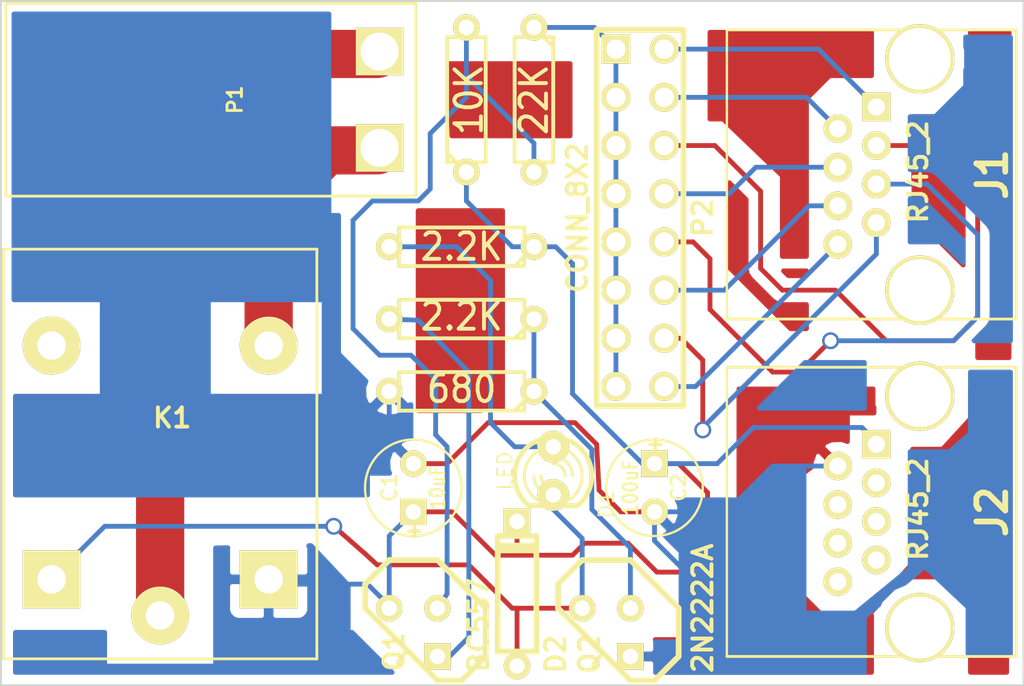
<source format=kicad_pcb>
(kicad_pcb (version 3) (host pcbnew "(22-Jun-2014 BZR 4027)-stable")

  (general
    (links 38)
    (no_connects 0)
    (area 16.180999 16.053999 70.281001 52.566711)
    (thickness 1.6)
    (drawings 7)
    (tracks 158)
    (zones 0)
    (modules 16)
    (nets 19)
  )

  (page A4 portrait)
  (title_block 
    (title Actuator)
    (rev 0)
  )

  (layers
    (15 F.Cu signal)
    (0 B.Cu signal)
    (16 B.Adhes user)
    (17 F.Adhes user)
    (18 B.Paste user hide)
    (19 F.Paste user)
    (20 B.SilkS user)
    (21 F.SilkS user)
    (22 B.Mask user)
    (23 F.Mask user)
    (24 Dwgs.User user)
    (25 Cmts.User user)
    (26 Eco1.User user)
    (27 Eco2.User user)
    (28 Edge.Cuts user)
  )

  (setup
    (last_trace_width 0.254)
    (user_trace_width 2.54)
    (trace_clearance 0.254)
    (zone_clearance 0.508)
    (zone_45_only no)
    (trace_min 0.254)
    (segment_width 0.2)
    (edge_width 0.1)
    (via_size 0.889)
    (via_drill 0.635)
    (via_min_size 0.889)
    (via_min_drill 0.508)
    (uvia_size 0.508)
    (uvia_drill 0.127)
    (uvias_allowed no)
    (uvia_min_size 0.508)
    (uvia_min_drill 0.127)
    (pcb_text_width 0.3)
    (pcb_text_size 1.5 1.5)
    (mod_edge_width 0.15)
    (mod_text_size 1 1)
    (mod_text_width 0.15)
    (pad_size 2.5 2.5)
    (pad_drill 2)
    (pad_to_mask_clearance 0)
    (aux_axis_origin 0 0)
    (visible_elements 7FFFFFFF)
    (pcbplotparams
      (layerselection 284196865)
      (usegerberextensions true)
      (excludeedgelayer false)
      (linewidth 0.150000)
      (plotframeref false)
      (viasonmask false)
      (mode 1)
      (useauxorigin true)
      (hpglpennumber 1)
      (hpglpenspeed 20)
      (hpglpendiameter 15)
      (hpglpenoverlay 2)
      (psnegative false)
      (psa4output false)
      (plotreference true)
      (plotvalue true)
      (plotothertext false)
      (plotinvisibletext false)
      (padsonsilk false)
      (subtractmaskfromsilk false)
      (outputformat 1)
      (mirror false)
      (drillshape 0)
      (scaleselection 1)
      (outputdirectory /home/pi/Desktop/IOBoardV0/Gerber/Actuator_Relay/))
  )

  (net 0 "")
  (net 1 GND)
  (net 2 N-000001)
  (net 3 N-0000014)
  (net 4 N-0000015)
  (net 5 N-0000016)
  (net 6 N-0000017)
  (net 7 N-0000018)
  (net 8 N-0000019)
  (net 9 N-000002)
  (net 10 N-0000020)
  (net 11 N-0000021)
  (net 12 N-0000022)
  (net 13 N-0000025)
  (net 14 N-000003)
  (net 15 N-000004)
  (net 16 N-000005)
  (net 17 N-000006)
  (net 18 VCC)

  (net_class Default "This is the default net class."
    (clearance 0.254)
    (trace_width 0.254)
    (via_dia 0.889)
    (via_drill 0.635)
    (uvia_dia 0.508)
    (uvia_drill 0.127)
    (add_net "")
    (add_net GND)
    (add_net N-000001)
    (add_net N-0000014)
    (add_net N-0000015)
    (add_net N-0000016)
    (add_net N-0000017)
    (add_net N-0000018)
    (add_net N-0000019)
    (add_net N-000002)
    (add_net N-0000020)
    (add_net N-0000021)
    (add_net N-0000022)
    (add_net N-0000025)
    (add_net N-000003)
    (add_net N-000004)
    (add_net N-000005)
    (add_net N-000006)
    (add_net VCC)
  )

  (module RJ45_8_io0 (layer F.Cu) (tedit 5E9D6976) (tstamp 5E9D8FCC)
    (at 64.77 25.4 90)
    (tags RJ45_8_io0)
    (path /5E9D81A5)
    (fp_text reference J1 (at 0 3.81 90) (layer F.SilkS)
      (effects (font (size 1.524 1.524) (thickness 0.3048)))
    )
    (fp_text value RJ45_2 (at 0.14224 -0.1016 90) (layer F.SilkS)
      (effects (font (size 1.00076 1.00076) (thickness 0.2032)))
    )
    (fp_line (start 7.62 -10.16) (end 7.62 5.08) (layer F.SilkS) (width 0.15))
    (fp_line (start -7.62 5.08) (end 7.62 5.08) (layer F.SilkS) (width 0.15))
    (fp_line (start -7.62 -10.16) (end -7.62 5.08) (layer F.SilkS) (width 0.15))
    (fp_line (start 7.62 -10.16) (end -7.62 -10.16) (layer F.SilkS) (width 0.127))
    (pad Hole thru_hole circle (at 6.096 0 90) (size 3.64998 3.64998) (drill 3.2512)
      (layers *.Cu *.Mask F.SilkS)
    )
    (pad Hole thru_hole circle (at -6.096 0 90) (size 3.64998 3.64998) (drill 3.2512)
      (layers *.Cu *.Mask F.SilkS)
    )
    (pad 1 thru_hole rect (at 3.556 -2.286 270) (size 1.50114 1.50114) (drill 0.89916)
      (layers *.Cu *.Mask F.SilkS)
      (net 11 N-0000021)
    )
    (pad 2 thru_hole circle (at 2.413 -4.318 270) (size 1.50114 1.50114) (drill 0.89916)
      (layers *.Cu *.Mask F.SilkS)
      (net 10 N-0000020)
    )
    (pad 3 thru_hole circle (at 1.524 -2.286 270) (size 1.50114 1.50114) (drill 0.89916)
      (layers *.Cu *.Mask F.SilkS)
      (net 8 N-0000019)
    )
    (pad 4 thru_hole circle (at 0.381 -4.318 270) (size 1.50114 1.50114) (drill 0.89916)
      (layers *.Cu *.Mask F.SilkS)
      (net 7 N-0000018)
    )
    (pad 5 thru_hole circle (at -0.508 -2.286 270) (size 1.50114 1.50114) (drill 0.89916)
      (layers *.Cu *.Mask F.SilkS)
      (net 6 N-0000017)
    )
    (pad 6 thru_hole circle (at -1.651 -4.318 270) (size 1.50114 1.50114) (drill 0.89916)
      (layers *.Cu *.Mask F.SilkS)
      (net 5 N-0000016)
    )
    (pad 7 thru_hole circle (at -2.54 -2.286 270) (size 1.50114 1.50114) (drill 0.89916)
      (layers *.Cu *.Mask F.SilkS)
      (net 4 N-0000015)
    )
    (pad 8 thru_hole circle (at -3.683 -4.318 270) (size 1.50114 1.50114) (drill 0.89916)
      (layers *.Cu *.Mask F.SilkS)
      (net 3 N-0000014)
    )
    (model connectors/RJ45_8.wrl
      (at (xyz 0 0 0))
      (scale (xyz 0.4 0.4 0.4))
      (rotate (xyz 0 0 0))
    )
  )

  (module TO92 (layer F.Cu) (tedit 5EF83B06) (tstamp 5E9D8DE0)
    (at 48.26 49.53 270)
    (descr "Transistor TO92 brochage type BC237")
    (tags "TR TO92")
    (path /5E9D83F9)
    (fp_text reference Q2 (at 1.143 0.889 270) (layer F.SilkS)
      (effects (font (size 1.016 1.016) (thickness 0.2032)))
    )
    (fp_text value 2N2222A (at -1.27 -5.08 270) (layer F.SilkS)
      (effects (font (size 1.016 1.016) (thickness 0.2032)))
    )
    (fp_line (start -1.27 2.54) (end 2.54 -1.27) (layer F.SilkS) (width 0.3048))
    (fp_line (start 2.54 -1.27) (end 2.54 -2.54) (layer F.SilkS) (width 0.3048))
    (fp_line (start 2.54 -2.54) (end 1.27 -3.81) (layer F.SilkS) (width 0.3048))
    (fp_line (start 1.27 -3.81) (end -1.27 -3.81) (layer F.SilkS) (width 0.3048))
    (fp_line (start -1.27 -3.81) (end -3.81 -1.27) (layer F.SilkS) (width 0.3048))
    (fp_line (start -3.81 -1.27) (end -3.81 1.27) (layer F.SilkS) (width 0.3048))
    (fp_line (start -3.81 1.27) (end -2.54 2.54) (layer F.SilkS) (width 0.3048))
    (fp_line (start -2.54 2.54) (end -1.27 2.54) (layer F.SilkS) (width 0.3048))
    (pad 1 thru_hole rect (at 1.27 -1.27 270) (size 1.397 1.397) (drill 0.8128)
      (layers *.Cu *.Mask F.SilkS)
      (net 1 GND)
    )
    (pad 2 thru_hole circle (at -1.27 -1.27 270) (size 1.397 1.397) (drill 0.8128)
      (layers *.Cu *.Mask F.SilkS)
      (net 14 N-000003)
    )
    (pad 3 thru_hole circle (at -1.27 1.27 270) (size 1.397 1.397) (drill 0.8128)
      (layers *.Cu *.Mask F.SilkS)
      (net 12 N-0000022)
    )
    (model discret/to98.wrl
      (at (xyz 0 0 0))
      (scale (xyz 1 1 1))
      (rotate (xyz 0 0 0))
    )
  )

  (module TO92 (layer F.Cu) (tedit 5EF83B1E) (tstamp 5E9D8DEF)
    (at 38.1 49.53 270)
    (descr "Transistor TO92 brochage type BC237")
    (tags "TR TO92")
    (path /5E9D8408)
    (fp_text reference Q1 (at 1.016 1.016 270) (layer F.SilkS)
      (effects (font (size 1.016 1.016) (thickness 0.2032)))
    )
    (fp_text value BC557 (at -0.381 -3.429 270) (layer F.SilkS)
      (effects (font (size 1.016 1.016) (thickness 0.2032)))
    )
    (fp_line (start -1.27 2.54) (end 2.54 -1.27) (layer F.SilkS) (width 0.3048))
    (fp_line (start 2.54 -1.27) (end 2.54 -2.54) (layer F.SilkS) (width 0.3048))
    (fp_line (start 2.54 -2.54) (end 1.27 -3.81) (layer F.SilkS) (width 0.3048))
    (fp_line (start 1.27 -3.81) (end -1.27 -3.81) (layer F.SilkS) (width 0.3048))
    (fp_line (start -1.27 -3.81) (end -3.81 -1.27) (layer F.SilkS) (width 0.3048))
    (fp_line (start -3.81 -1.27) (end -3.81 1.27) (layer F.SilkS) (width 0.3048))
    (fp_line (start -3.81 1.27) (end -2.54 2.54) (layer F.SilkS) (width 0.3048))
    (fp_line (start -2.54 2.54) (end -1.27 2.54) (layer F.SilkS) (width 0.3048))
    (pad 1 thru_hole rect (at 1.27 -1.27 270) (size 1.397 1.397) (drill 0.8128)
      (layers *.Cu *.Mask F.SilkS)
      (net 2 N-000001)
    )
    (pad 2 thru_hole circle (at -1.27 -1.27 270) (size 1.397 1.397) (drill 0.8128)
      (layers *.Cu *.Mask F.SilkS)
      (net 9 N-000002)
    )
    (pad 3 thru_hole circle (at -1.27 1.27 270) (size 1.397 1.397) (drill 0.8128)
      (layers *.Cu *.Mask F.SilkS)
      (net 18 VCC)
    )
    (model discret/to98.wrl
      (at (xyz 0 0 0))
      (scale (xyz 1 1 1))
      (rotate (xyz 0 0 0))
    )
  )

  (module R3 (layer F.Cu) (tedit 4E4C0E65) (tstamp 5E9D8EB6)
    (at 40.64 36.83 180)
    (descr "Resitance 3 pas")
    (tags R)
    (path /5E9D867B)
    (autoplace_cost180 10)
    (fp_text reference R3 (at 0 0.127 180) (layer F.SilkS) hide
      (effects (font (size 1.397 1.27) (thickness 0.2032)))
    )
    (fp_text value 680 (at 0 0.127 180) (layer F.SilkS)
      (effects (font (size 1.397 1.27) (thickness 0.2032)))
    )
    (fp_line (start -3.81 0) (end -3.302 0) (layer F.SilkS) (width 0.2032))
    (fp_line (start 3.81 0) (end 3.302 0) (layer F.SilkS) (width 0.2032))
    (fp_line (start 3.302 0) (end 3.302 -1.016) (layer F.SilkS) (width 0.2032))
    (fp_line (start 3.302 -1.016) (end -3.302 -1.016) (layer F.SilkS) (width 0.2032))
    (fp_line (start -3.302 -1.016) (end -3.302 1.016) (layer F.SilkS) (width 0.2032))
    (fp_line (start -3.302 1.016) (end 3.302 1.016) (layer F.SilkS) (width 0.2032))
    (fp_line (start 3.302 1.016) (end 3.302 0) (layer F.SilkS) (width 0.2032))
    (fp_line (start -3.302 -0.508) (end -2.794 -1.016) (layer F.SilkS) (width 0.2032))
    (pad 1 thru_hole circle (at -3.81 0 180) (size 1.397 1.397) (drill 0.8128)
      (layers *.Cu *.Mask F.SilkS)
      (net 14 N-000003)
    )
    (pad 2 thru_hole circle (at 3.81 0 180) (size 1.397 1.397) (drill 0.8128)
      (layers *.Cu *.Mask F.SilkS)
      (net 1 GND)
    )
    (model discret/resistor.wrl
      (at (xyz 0 0 0))
      (scale (xyz 0.3 0.3 0.3))
      (rotate (xyz 0 0 0))
    )
  )

  (module R3 (layer F.Cu) (tedit 4E4C0E65) (tstamp 5E9D8EC4)
    (at 40.64 33.02 180)
    (descr "Resitance 3 pas")
    (tags R)
    (path /5E9D868A)
    (autoplace_cost180 10)
    (fp_text reference R4 (at 0 0.127 180) (layer F.SilkS) hide
      (effects (font (size 1.397 1.27) (thickness 0.2032)))
    )
    (fp_text value 2.2K (at 0 0.127 180) (layer F.SilkS)
      (effects (font (size 1.397 1.27) (thickness 0.2032)))
    )
    (fp_line (start -3.81 0) (end -3.302 0) (layer F.SilkS) (width 0.2032))
    (fp_line (start 3.81 0) (end 3.302 0) (layer F.SilkS) (width 0.2032))
    (fp_line (start 3.302 0) (end 3.302 -1.016) (layer F.SilkS) (width 0.2032))
    (fp_line (start 3.302 -1.016) (end -3.302 -1.016) (layer F.SilkS) (width 0.2032))
    (fp_line (start -3.302 -1.016) (end -3.302 1.016) (layer F.SilkS) (width 0.2032))
    (fp_line (start -3.302 1.016) (end 3.302 1.016) (layer F.SilkS) (width 0.2032))
    (fp_line (start 3.302 1.016) (end 3.302 0) (layer F.SilkS) (width 0.2032))
    (fp_line (start -3.302 -0.508) (end -2.794 -1.016) (layer F.SilkS) (width 0.2032))
    (pad 1 thru_hole circle (at -3.81 0 180) (size 1.397 1.397) (drill 0.8128)
      (layers *.Cu *.Mask F.SilkS)
      (net 14 N-000003)
    )
    (pad 2 thru_hole circle (at 3.81 0 180) (size 1.397 1.397) (drill 0.8128)
      (layers *.Cu *.Mask F.SilkS)
      (net 2 N-000001)
    )
    (model discret/resistor.wrl
      (at (xyz 0 0 0))
      (scale (xyz 0.3 0.3 0.3))
      (rotate (xyz 0 0 0))
    )
  )

  (module R3 (layer F.Cu) (tedit 4E4C0E65) (tstamp 5E9D8ED2)
    (at 40.894 21.463 90)
    (descr "Resitance 3 pas")
    (tags R)
    (path /5E9D8699)
    (autoplace_cost180 10)
    (fp_text reference R1 (at 0 0.127 90) (layer F.SilkS) hide
      (effects (font (size 1.397 1.27) (thickness 0.2032)))
    )
    (fp_text value 10K (at 0 0.127 90) (layer F.SilkS)
      (effects (font (size 1.397 1.27) (thickness 0.2032)))
    )
    (fp_line (start -3.81 0) (end -3.302 0) (layer F.SilkS) (width 0.2032))
    (fp_line (start 3.81 0) (end 3.302 0) (layer F.SilkS) (width 0.2032))
    (fp_line (start 3.302 0) (end 3.302 -1.016) (layer F.SilkS) (width 0.2032))
    (fp_line (start 3.302 -1.016) (end -3.302 -1.016) (layer F.SilkS) (width 0.2032))
    (fp_line (start -3.302 -1.016) (end -3.302 1.016) (layer F.SilkS) (width 0.2032))
    (fp_line (start -3.302 1.016) (end 3.302 1.016) (layer F.SilkS) (width 0.2032))
    (fp_line (start 3.302 1.016) (end 3.302 0) (layer F.SilkS) (width 0.2032))
    (fp_line (start -3.302 -0.508) (end -2.794 -1.016) (layer F.SilkS) (width 0.2032))
    (pad 1 thru_hole circle (at -3.81 0 90) (size 1.397 1.397) (drill 0.8128)
      (layers *.Cu *.Mask F.SilkS)
      (net 18 VCC)
    )
    (pad 2 thru_hole circle (at 3.81 0 90) (size 1.397 1.397) (drill 0.8128)
      (layers *.Cu *.Mask F.SilkS)
      (net 9 N-000002)
    )
    (model discret/resistor.wrl
      (at (xyz 0 0 0))
      (scale (xyz 0.3 0.3 0.3))
      (rotate (xyz 0 0 0))
    )
  )

  (module R3 (layer F.Cu) (tedit 5E9D9092) (tstamp 5E9D8EE0)
    (at 44.45 21.463 270)
    (descr "Resitance 3 pas")
    (tags R)
    (path /5E9D86BC)
    (autoplace_cost180 10)
    (fp_text reference R2 (at 0 0.127 270) (layer F.SilkS) hide
      (effects (font (size 1.397 1.27) (thickness 0.2032)))
    )
    (fp_text value 22K (at 0 0 270) (layer F.SilkS)
      (effects (font (size 1.397 1.27) (thickness 0.2032)))
    )
    (fp_line (start -3.81 0) (end -3.302 0) (layer F.SilkS) (width 0.2032))
    (fp_line (start 3.81 0) (end 3.302 0) (layer F.SilkS) (width 0.2032))
    (fp_line (start 3.302 0) (end 3.302 -1.016) (layer F.SilkS) (width 0.2032))
    (fp_line (start 3.302 -1.016) (end -3.302 -1.016) (layer F.SilkS) (width 0.2032))
    (fp_line (start -3.302 -1.016) (end -3.302 1.016) (layer F.SilkS) (width 0.2032))
    (fp_line (start -3.302 1.016) (end 3.302 1.016) (layer F.SilkS) (width 0.2032))
    (fp_line (start 3.302 1.016) (end 3.302 0) (layer F.SilkS) (width 0.2032))
    (fp_line (start -3.302 -0.508) (end -2.794 -1.016) (layer F.SilkS) (width 0.2032))
    (pad 1 thru_hole circle (at -3.81 0 270) (size 1.397 1.397) (drill 0.8128)
      (layers *.Cu *.Mask F.SilkS)
      (net 13 N-0000025)
    )
    (pad 2 thru_hole circle (at 3.81 0 270) (size 1.397 1.397) (drill 0.8128)
      (layers *.Cu *.Mask F.SilkS)
      (net 9 N-000002)
    )
    (model discret/resistor.wrl
      (at (xyz 0 0 0))
      (scale (xyz 0.3 0.3 0.3))
      (rotate (xyz 0 0 0))
    )
  )

  (module R3 (layer F.Cu) (tedit 5E9D92DC) (tstamp 5E9D8EEE)
    (at 40.64 29.21 180)
    (descr "Resitance 3 pas")
    (tags R)
    (path /5E9D8947)
    (autoplace_cost180 10)
    (fp_text reference R5 (at 0 0.127 180) (layer F.SilkS) hide
      (effects (font (size 1.397 1.27) (thickness 0.2032)))
    )
    (fp_text value 2.2K (at 0 0 180) (layer F.SilkS)
      (effects (font (size 1.397 1.27) (thickness 0.2032)))
    )
    (fp_line (start -3.81 0) (end -3.302 0) (layer F.SilkS) (width 0.2032))
    (fp_line (start 3.81 0) (end 3.302 0) (layer F.SilkS) (width 0.2032))
    (fp_line (start 3.302 0) (end 3.302 -1.016) (layer F.SilkS) (width 0.2032))
    (fp_line (start 3.302 -1.016) (end -3.302 -1.016) (layer F.SilkS) (width 0.2032))
    (fp_line (start -3.302 -1.016) (end -3.302 1.016) (layer F.SilkS) (width 0.2032))
    (fp_line (start -3.302 1.016) (end 3.302 1.016) (layer F.SilkS) (width 0.2032))
    (fp_line (start 3.302 1.016) (end 3.302 0) (layer F.SilkS) (width 0.2032))
    (fp_line (start -3.302 -0.508) (end -2.794 -1.016) (layer F.SilkS) (width 0.2032))
    (pad 1 thru_hole circle (at -3.81 0 180) (size 1.397 1.397) (drill 0.8128)
      (layers *.Cu *.Mask F.SilkS)
      (net 18 VCC)
    )
    (pad 2 thru_hole circle (at 3.81 0 180) (size 1.397 1.397) (drill 0.8128)
      (layers *.Cu *.Mask F.SilkS)
      (net 15 N-000004)
    )
    (model discret/resistor.wrl
      (at (xyz 0 0 0))
      (scale (xyz 0.3 0.3 0.3))
      (rotate (xyz 0 0 0))
    )
  )

  (module pin_array_8x2 (layer F.Cu) (tedit 3FB38B89) (tstamp 5E9D8F06)
    (at 50.038 27.686 270)
    (descr "Double rangee de contacts 2 x 8 pins")
    (tags CONN)
    (path /5E9D8291)
    (fp_text reference P2 (at 0 -3.302 270) (layer F.SilkS)
      (effects (font (size 1.016 1.016) (thickness 0.2032)))
    )
    (fp_text value CONN_8X2 (at 0 3.302 270) (layer F.SilkS)
      (effects (font (size 1.016 1.016) (thickness 0.2032)))
    )
    (fp_line (start -9.906 2.286) (end -9.906 -2.286) (layer F.SilkS) (width 0.3048))
    (fp_line (start -9.906 -2.286) (end 9.906 -2.286) (layer F.SilkS) (width 0.3048))
    (fp_line (start 9.906 -2.286) (end 9.906 2.286) (layer F.SilkS) (width 0.3048))
    (fp_line (start 9.906 2.286) (end -9.906 2.286) (layer F.SilkS) (width 0.3048))
    (pad 1 thru_hole rect (at -8.89 1.27 270) (size 1.524 1.524) (drill 1.016)
      (layers *.Cu *.Mask F.SilkS)
      (net 13 N-0000025)
    )
    (pad 2 thru_hole circle (at -8.89 -1.27 270) (size 1.524 1.524) (drill 1.016)
      (layers *.Cu *.Mask F.SilkS)
      (net 11 N-0000021)
    )
    (pad 3 thru_hole circle (at -6.35 1.27 270) (size 1.524 1.524) (drill 1.016)
      (layers *.Cu *.Mask F.SilkS)
      (net 13 N-0000025)
    )
    (pad 4 thru_hole circle (at -6.35 -1.27 270) (size 1.524 1.524) (drill 1.016)
      (layers *.Cu *.Mask F.SilkS)
      (net 10 N-0000020)
    )
    (pad 5 thru_hole circle (at -3.81 1.27 270) (size 1.524 1.524) (drill 1.016)
      (layers *.Cu *.Mask F.SilkS)
      (net 13 N-0000025)
    )
    (pad 6 thru_hole circle (at -3.81 -1.27 270) (size 1.524 1.524) (drill 1.016)
      (layers *.Cu *.Mask F.SilkS)
      (net 8 N-0000019)
    )
    (pad 7 thru_hole circle (at -1.27 1.27 270) (size 1.524 1.524) (drill 1.016)
      (layers *.Cu *.Mask F.SilkS)
      (net 13 N-0000025)
    )
    (pad 8 thru_hole circle (at -1.27 -1.27 270) (size 1.524 1.524) (drill 1.016)
      (layers *.Cu *.Mask F.SilkS)
      (net 7 N-0000018)
    )
    (pad 9 thru_hole circle (at 1.27 1.27 270) (size 1.524 1.524) (drill 1.016)
      (layers *.Cu *.Mask F.SilkS)
      (net 13 N-0000025)
    )
    (pad 10 thru_hole circle (at 1.27 -1.27 270) (size 1.524 1.524) (drill 1.016)
      (layers *.Cu *.Mask F.SilkS)
      (net 6 N-0000017)
    )
    (pad 11 thru_hole circle (at 3.81 1.27 270) (size 1.524 1.524) (drill 1.016)
      (layers *.Cu *.Mask F.SilkS)
      (net 13 N-0000025)
    )
    (pad 12 thru_hole circle (at 3.81 -1.27 270) (size 1.524 1.524) (drill 1.016)
      (layers *.Cu *.Mask F.SilkS)
      (net 5 N-0000016)
    )
    (pad 13 thru_hole circle (at 6.35 1.27 270) (size 1.524 1.524) (drill 1.016)
      (layers *.Cu *.Mask F.SilkS)
      (net 13 N-0000025)
    )
    (pad 14 thru_hole circle (at 6.35 -1.27 270) (size 1.524 1.524) (drill 1.016)
      (layers *.Cu *.Mask F.SilkS)
      (net 4 N-0000015)
    )
    (pad 15 thru_hole circle (at 8.89 1.27 270) (size 1.524 1.524) (drill 1.016)
      (layers *.Cu *.Mask F.SilkS)
      (net 13 N-0000025)
    )
    (pad 16 thru_hole circle (at 8.89 -1.27 270) (size 1.524 1.524) (drill 1.016)
      (layers *.Cu *.Mask F.SilkS)
      (net 3 N-0000014)
    )
    (model pin_array/pins_array_8x2.wrl
      (at (xyz 0 0 0))
      (scale (xyz 1 1 1))
      (rotate (xyz 0 0 0))
    )
  )

  (module LED-3MM (layer F.Cu) (tedit 50ADE848) (tstamp 5EF8372E)
    (at 45.466 41.021 270)
    (descr "LED 3mm - Lead pitch 100mil (2,54mm)")
    (tags "LED led 3mm 3MM 100mil 2,54mm")
    (path /5E9D8956)
    (fp_text reference D1 (at 1.778 -2.794 270) (layer F.SilkS)
      (effects (font (size 0.762 0.762) (thickness 0.0889)))
    )
    (fp_text value LED (at 0 2.54 270) (layer F.SilkS)
      (effects (font (size 0.762 0.762) (thickness 0.0889)))
    )
    (fp_line (start 1.8288 1.27) (end 1.8288 -1.27) (layer F.SilkS) (width 0.254))
    (fp_arc (start 0.254 0) (end -1.27 0) (angle 39.8) (layer F.SilkS) (width 0.1524))
    (fp_arc (start 0.254 0) (end -0.88392 1.01092) (angle 41.6) (layer F.SilkS) (width 0.1524))
    (fp_arc (start 0.254 0) (end 1.4097 -0.9906) (angle 40.6) (layer F.SilkS) (width 0.1524))
    (fp_arc (start 0.254 0) (end 1.778 0) (angle 39.8) (layer F.SilkS) (width 0.1524))
    (fp_arc (start 0.254 0) (end 0.254 -1.524) (angle 54.4) (layer F.SilkS) (width 0.1524))
    (fp_arc (start 0.254 0) (end -0.9652 -0.9144) (angle 53.1) (layer F.SilkS) (width 0.1524))
    (fp_arc (start 0.254 0) (end 1.45542 0.93472) (angle 52.1) (layer F.SilkS) (width 0.1524))
    (fp_arc (start 0.254 0) (end 0.254 1.524) (angle 52.1) (layer F.SilkS) (width 0.1524))
    (fp_arc (start 0.254 0) (end -0.381 0) (angle 90) (layer F.SilkS) (width 0.1524))
    (fp_arc (start 0.254 0) (end -0.762 0) (angle 90) (layer F.SilkS) (width 0.1524))
    (fp_arc (start 0.254 0) (end 0.889 0) (angle 90) (layer F.SilkS) (width 0.1524))
    (fp_arc (start 0.254 0) (end 1.27 0) (angle 90) (layer F.SilkS) (width 0.1524))
    (fp_arc (start 0.254 0) (end 0.254 -2.032) (angle 50.1) (layer F.SilkS) (width 0.254))
    (fp_arc (start 0.254 0) (end -1.5367 -0.95504) (angle 61.9) (layer F.SilkS) (width 0.254))
    (fp_arc (start 0.254 0) (end 1.8034 1.31064) (angle 49.7) (layer F.SilkS) (width 0.254))
    (fp_arc (start 0.254 0) (end 0.254 2.032) (angle 60.2) (layer F.SilkS) (width 0.254))
    (fp_arc (start 0.254 0) (end -1.778 0) (angle 28.3) (layer F.SilkS) (width 0.254))
    (fp_arc (start 0.254 0) (end -1.47574 1.06426) (angle 31.6) (layer F.SilkS) (width 0.254))
    (pad 1 thru_hole circle (at -1.27 0 270) (size 1.6764 1.6764) (drill 0.8128)
      (layers *.Cu *.Mask F.SilkS)
      (net 15 N-000004)
    )
    (pad 2 thru_hole circle (at 1.27 0 270) (size 1.6764 1.6764) (drill 0.8128)
      (layers *.Cu *.Mask F.SilkS)
      (net 12 N-0000022)
    )
    (model discret/leds/led3_vertical_verde.wrl
      (at (xyz 0 0 0))
      (scale (xyz 1 1 1))
      (rotate (xyz 0 0 0))
    )
  )

  (module C1V5 (layer F.Cu) (tedit 3E070CF4) (tstamp 5E9D8F27)
    (at 38.1 41.91 90)
    (descr "Condensateur e = 1 pas")
    (tags C)
    (path /5E9D8653)
    (fp_text reference C1 (at 0 -1.26746 90) (layer F.SilkS)
      (effects (font (size 0.762 0.762) (thickness 0.127)))
    )
    (fp_text value 10uF (at 0 1.27 90) (layer F.SilkS)
      (effects (font (size 0.762 0.635) (thickness 0.127)))
    )
    (fp_text user + (at -2.286 0 90) (layer F.SilkS)
      (effects (font (size 0.762 0.762) (thickness 0.2032)))
    )
    (fp_circle (center 0 0) (end 0.127 -2.54) (layer F.SilkS) (width 0.127))
    (pad 1 thru_hole rect (at -1.27 0 90) (size 1.397 1.397) (drill 0.8128)
      (layers *.Cu *.Mask F.SilkS)
      (net 18 VCC)
    )
    (pad 2 thru_hole circle (at 1.27 0 90) (size 1.397 1.397) (drill 0.8128)
      (layers *.Cu *.Mask F.SilkS)
      (net 1 GND)
    )
    (model discret/c_vert_c1v5.wrl
      (at (xyz 0 0 0))
      (scale (xyz 1 1 1))
      (rotate (xyz 0 0 0))
    )
  )

  (module C1V5 (layer F.Cu) (tedit 3E070CF4) (tstamp 5E9D8F2F)
    (at 50.8 41.91 270)
    (descr "Condensateur e = 1 pas")
    (tags C)
    (path /5E9D8662)
    (fp_text reference C2 (at 0 -1.26746 270) (layer F.SilkS)
      (effects (font (size 0.762 0.762) (thickness 0.127)))
    )
    (fp_text value 100uF (at 0 1.27 270) (layer F.SilkS)
      (effects (font (size 0.762 0.635) (thickness 0.127)))
    )
    (fp_text user + (at -2.286 0 270) (layer F.SilkS)
      (effects (font (size 0.762 0.762) (thickness 0.2032)))
    )
    (fp_circle (center 0 0) (end 0.127 -2.54) (layer F.SilkS) (width 0.127))
    (pad 1 thru_hole rect (at -1.27 0 270) (size 1.397 1.397) (drill 0.8128)
      (layers *.Cu *.Mask F.SilkS)
      (net 18 VCC)
    )
    (pad 2 thru_hole circle (at 1.27 0 270) (size 1.397 1.397) (drill 0.8128)
      (layers *.Cu *.Mask F.SilkS)
      (net 1 GND)
    )
    (model discret/c_vert_c1v5.wrl
      (at (xyz 0 0 0))
      (scale (xyz 1 1 1))
      (rotate (xyz 0 0 0))
    )
  )

  (module RJ45_8_io0 (layer F.Cu) (tedit 5E9D6976) (tstamp 5E9D8FDE)
    (at 64.77 43.18 90)
    (tags RJ45_8_io0)
    (path /5E9D81B6)
    (fp_text reference J2 (at 0 3.81 90) (layer F.SilkS)
      (effects (font (size 1.524 1.524) (thickness 0.3048)))
    )
    (fp_text value RJ45_2 (at 0.14224 -0.1016 90) (layer F.SilkS)
      (effects (font (size 1.00076 1.00076) (thickness 0.2032)))
    )
    (fp_line (start 7.62 -10.16) (end 7.62 5.08) (layer F.SilkS) (width 0.15))
    (fp_line (start -7.62 5.08) (end 7.62 5.08) (layer F.SilkS) (width 0.15))
    (fp_line (start -7.62 -10.16) (end -7.62 5.08) (layer F.SilkS) (width 0.15))
    (fp_line (start 7.62 -10.16) (end -7.62 -10.16) (layer F.SilkS) (width 0.127))
    (pad Hole thru_hole circle (at 6.096 0 90) (size 3.64998 3.64998) (drill 3.2512)
      (layers *.Cu *.Mask F.SilkS)
    )
    (pad Hole thru_hole circle (at -6.096 0 90) (size 3.64998 3.64998) (drill 3.2512)
      (layers *.Cu *.Mask F.SilkS)
    )
    (pad 1 thru_hole rect (at 3.556 -2.286 270) (size 1.50114 1.50114) (drill 0.89916)
      (layers *.Cu *.Mask F.SilkS)
      (net 18 VCC)
    )
    (pad 2 thru_hole circle (at 2.413 -4.318 270) (size 1.50114 1.50114) (drill 0.89916)
      (layers *.Cu *.Mask F.SilkS)
      (net 1 GND)
    )
    (pad 3 thru_hole circle (at 1.524 -2.286 270) (size 1.50114 1.50114) (drill 0.89916)
      (layers *.Cu *.Mask F.SilkS)
    )
    (pad 4 thru_hole circle (at 0.381 -4.318 270) (size 1.50114 1.50114) (drill 0.89916)
      (layers *.Cu *.Mask F.SilkS)
    )
    (pad 5 thru_hole circle (at -0.508 -2.286 270) (size 1.50114 1.50114) (drill 0.89916)
      (layers *.Cu *.Mask F.SilkS)
    )
    (pad 6 thru_hole circle (at -1.651 -4.318 270) (size 1.50114 1.50114) (drill 0.89916)
      (layers *.Cu *.Mask F.SilkS)
    )
    (pad 7 thru_hole circle (at -2.54 -2.286 270) (size 1.50114 1.50114) (drill 0.89916)
      (layers *.Cu *.Mask F.SilkS)
    )
    (pad 8 thru_hole circle (at -3.683 -4.318 270) (size 1.50114 1.50114) (drill 0.89916)
      (layers *.Cu *.Mask F.SilkS)
    )
    (model connectors/RJ45_8.wrl
      (at (xyz 0 0 0))
      (scale (xyz 0.4 0.4 0.4))
      (rotate (xyz 0 0 0))
    )
  )

  (module RELAY_J9906 (layer F.Cu) (tedit 5EEE29FD) (tstamp 5EEE31EB)
    (at 26.67 40.767)
    (descr "Siemens Relay J9906")
    (tags "RELAY J9906")
    (path /5E9D80ED)
    (fp_text reference K1 (at -1.27 -2.54) (layer F.SilkS)
      (effects (font (size 1.016 1.016) (thickness 0.2032)))
    )
    (fp_text value RELAY_J9906 (at -1.27 3.81) (layer F.SilkS) hide
      (effects (font (size 1.016 1.016) (thickness 0.2032)))
    )
    (fp_line (start 6.35 10.16) (end 3.81 10.16) (layer F.SilkS) (width 0.15))
    (fp_line (start 6.35 10.16) (end 6.35 -11.43) (layer F.SilkS) (width 0.15))
    (fp_line (start 6.35 -11.43) (end -10.16 -11.43) (layer F.SilkS) (width 0.15))
    (fp_line (start -10.16 -11.43) (end -10.16 10.16) (layer F.SilkS) (width 0.15))
    (fp_line (start -10.16 10.16) (end 3.81 10.16) (layer F.SilkS) (width 0.15))
    (pad 1 thru_hole circle (at -7.62 -6.35) (size 3.048 3.048) (drill 1.5)
      (layers *.Cu *.Mask F.SilkS)
    )
    (pad 2 thru_hole rect (at -7.62 5.969) (size 3.048 3.048) (drill 1.5)
      (layers *.Cu *.Mask F.SilkS)
      (net 12 N-0000022)
    )
    (pad 3 thru_hole circle (at -1.905 7.874) (size 3.048 3.048) (drill 1.5)
      (layers *.Cu *.Mask F.SilkS)
      (net 16 N-000005)
    )
    (pad 4 thru_hole rect (at 3.81 5.969) (size 3.048 3.048) (drill 1.5)
      (layers *.Cu *.Mask F.SilkS)
      (net 18 VCC)
    )
    (pad 5 thru_hole circle (at 3.81 -6.35) (size 3.048 3.048) (drill 1.5)
      (layers *.Cu *.Mask F.SilkS)
      (net 17 N-000006)
    )
  )

  (module KLEMENS_1 (layer F.Cu) (tedit 5EEE2A59) (tstamp 5EEE32FF)
    (at 33.147 21.463 270)
    (descr "Connecteurs 2 pins")
    (tags "CONN DEV")
    (path /5E9D8B3B)
    (fp_text reference P1 (at 0 4.445 270) (layer F.SilkS)
      (effects (font (size 0.762 0.762) (thickness 0.1524)))
    )
    (fp_text value KLEMENS_1 (at 0 1.27 270) (layer F.SilkS) hide
      (effects (font (size 0.762 0.762) (thickness 0.1524)))
    )
    (fp_line (start -5.08 -5.08) (end 5.08 -5.08) (layer F.SilkS) (width 0.15))
    (fp_line (start 5.08 -5.08) (end 5.08 16.51) (layer F.SilkS) (width 0.15))
    (fp_line (start 5.08 16.51) (end -5.08 16.51) (layer F.SilkS) (width 0.15))
    (fp_line (start -5.08 16.51) (end -5.08 -5.08) (layer F.SilkS) (width 0.15))
    (pad 1 thru_hole rect (at -2.54 -3.175 270) (size 2.5 2.5) (drill 2)
      (layers *.Cu *.Mask F.SilkS)
      (net 16 N-000005)
    )
    (pad 2 thru_hole rect (at 2.54 -3.175 270) (size 2.5 2.5) (drill 2)
      (layers *.Cu *.Mask F.SilkS)
      (net 17 N-000006)
    )
    (model pin_array/pins_array_2x1.wrl
      (at (xyz 0 0 0))
      (scale (xyz 1 1 1))
      (rotate (xyz 0 0 0))
    )
  )

  (module D3 (layer F.Cu) (tedit 5EF83B15) (tstamp 5EF8369C)
    (at 43.561 47.498 90)
    (descr "Diode 3 pas")
    (tags "DIODE DEV")
    (path /5EF8356A)
    (fp_text reference D2 (at -3.175 2.032 90) (layer F.SilkS)
      (effects (font (size 1.016 1.016) (thickness 0.2032)))
    )
    (fp_text value DIODE (at -0.381 0.127 90) (layer F.SilkS) hide
      (effects (font (size 1.016 1.016) (thickness 0.2032)))
    )
    (fp_line (start 3.81 0) (end 3.048 0) (layer F.SilkS) (width 0.3048))
    (fp_line (start 3.048 0) (end 3.048 -1.016) (layer F.SilkS) (width 0.3048))
    (fp_line (start 3.048 -1.016) (end -3.048 -1.016) (layer F.SilkS) (width 0.3048))
    (fp_line (start -3.048 -1.016) (end -3.048 0) (layer F.SilkS) (width 0.3048))
    (fp_line (start -3.048 0) (end -3.81 0) (layer F.SilkS) (width 0.3048))
    (fp_line (start -3.048 0) (end -3.048 1.016) (layer F.SilkS) (width 0.3048))
    (fp_line (start -3.048 1.016) (end 3.048 1.016) (layer F.SilkS) (width 0.3048))
    (fp_line (start 3.048 1.016) (end 3.048 0) (layer F.SilkS) (width 0.3048))
    (fp_line (start 2.54 -1.016) (end 2.54 1.016) (layer F.SilkS) (width 0.3048))
    (fp_line (start 2.286 1.016) (end 2.286 -1.016) (layer F.SilkS) (width 0.3048))
    (pad 2 thru_hole rect (at 3.81 0 90) (size 1.397 1.397) (drill 0.8128)
      (layers *.Cu *.Mask F.SilkS)
      (net 18 VCC)
    )
    (pad 1 thru_hole circle (at -3.81 0 90) (size 1.397 1.397) (drill 0.8128)
      (layers *.Cu *.Mask F.SilkS)
      (net 12 N-0000022)
    )
    (model discret/diode.wrl
      (at (xyz 0 0 0))
      (scale (xyz 0.3 0.3 0.3))
      (rotate (xyz 0 0 0))
    )
  )

  (gr_line (start 16.383 16.256) (end 16.383 16.383) (angle 90) (layer Edge.Cuts) (width 0.1))
  (gr_line (start 70.231 16.256) (end 70.231 16.383) (angle 90) (layer Edge.Cuts) (width 0.1))
  (gr_line (start 16.383 16.256) (end 70.231 16.256) (angle 90) (layer Edge.Cuts) (width 0.1))
  (gr_line (start 16.383 16.51) (end 16.383 16.383) (angle 90) (layer Edge.Cuts) (width 0.1))
  (gr_line (start 16.383 52.324) (end 16.383 16.51) (angle 90) (layer Edge.Cuts) (width 0.1))
  (gr_line (start 70.231 52.324) (end 16.383 52.324) (angle 90) (layer Edge.Cuts) (width 0.1))
  (gr_line (start 70.231 16.383) (end 70.231 52.324) (angle 90) (layer Edge.Cuts) (width 0.1))

  (segment (start 38.1 40.64) (end 39.878 40.64) (width 0.254) (layer F.Cu) (net 1))
  (segment (start 49.022 43.18) (end 50.8 43.18) (width 0.254) (layer F.Cu) (net 1) (tstamp 5E9DF0D3))
  (segment (start 47.879 42.037) (end 49.022 43.18) (width 0.254) (layer F.Cu) (net 1) (tstamp 5E9DF0D2))
  (segment (start 47.752 39.624) (end 47.879 42.037) (width 0.254) (layer F.Cu) (net 1) (tstamp 5E9DF0CF))
  (segment (start 46.609 38.481) (end 47.752 39.624) (width 0.254) (layer F.Cu) (net 1) (tstamp 5E9DF0C7))
  (segment (start 42.037 38.481) (end 46.609 38.481) (width 0.254) (layer F.Cu) (net 1) (tstamp 5E9DF0C5))
  (segment (start 39.878 40.64) (end 42.037 38.481) (width 0.254) (layer F.Cu) (net 1) (tstamp 5E9DF0C1))
  (segment (start 36.83 36.83) (end 36.83 39.37) (width 0.254) (layer B.Cu) (net 1))
  (segment (start 36.83 39.37) (end 38.1 40.64) (width 0.254) (layer B.Cu) (net 1) (tstamp 5E9DEBE7))
  (segment (start 50.8 43.18) (end 50.8 44.704) (width 0.254) (layer B.Cu) (net 1))
  (segment (start 50.8 44.704) (end 53.213 47.117) (width 0.254) (layer B.Cu) (net 1) (tstamp 5E9DEBA8))
  (segment (start 53.213 47.117) (end 53.213 49.022) (width 0.254) (layer B.Cu) (net 1) (tstamp 5E9DEBB0))
  (segment (start 53.213 49.022) (end 51.435 50.8) (width 0.254) (layer B.Cu) (net 1) (tstamp 5E9DEBB4))
  (segment (start 51.435 50.8) (end 49.53 50.8) (width 0.254) (layer B.Cu) (net 1) (tstamp 5E9DEBB7))
  (segment (start 60.452 40.767) (end 57.023 40.767) (width 0.254) (layer B.Cu) (net 1))
  (segment (start 57.023 40.767) (end 54.61 43.18) (width 0.254) (layer B.Cu) (net 1) (tstamp 5E9DEB92))
  (segment (start 54.61 43.18) (end 50.8 43.18) (width 0.254) (layer B.Cu) (net 1) (tstamp 5E9DEB9B))
  (segment (start 36.83 33.02) (end 38.356639 33.081651) (width 0.254) (layer B.Cu) (net 2))
  (segment (start 41.021 49.784) (end 41.021 49.53) (width 0.254) (layer B.Cu) (net 2) (tstamp 5E9DEC59))
  (segment (start 40.005 50.8) (end 41.021 49.784) (width 0.254) (layer B.Cu) (net 2) (tstamp 5E9DEC12))
  (segment (start 41.021 49.53) (end 41.021 35.814) (width 0.254) (layer B.Cu) (net 2) (tstamp 5E9DEC19))
  (segment (start 41.021 35.814) (end 38.356639 33.081651) (width 0.254) (layer B.Cu) (net 2) (tstamp 5E9DEC1B))
  (segment (start 40.005 50.8) (end 39.37 50.8) (width 0.254) (layer B.Cu) (net 2))
  (segment (start 52.959 36.576) (end 60.452 29.083) (width 0.254) (layer B.Cu) (net 3) (tstamp 5E9DEB7D))
  (segment (start 51.308 36.576) (end 52.959 36.576) (width 0.254) (layer B.Cu) (net 3))
  (segment (start 62.484 27.94) (end 62.484 29.591) (width 0.254) (layer B.Cu) (net 4))
  (segment (start 60.452 31.623) (end 53.34 38.735) (width 0.254) (layer B.Cu) (net 4) (tstamp 5E9DF149))
  (segment (start 53.34 38.735) (end 53.34 38.862) (width 0.254) (layer B.Cu) (net 4) (tstamp 5E9DF14A))
  (via (at 53.34 38.862) (size 0.889) (layers F.Cu B.Cu) (net 4))
  (segment (start 53.34 38.862) (end 53.34 35.179) (width 0.254) (layer F.Cu) (net 4) (tstamp 5E9DF151))
  (segment (start 53.34 35.179) (end 52.197 34.036) (width 0.254) (layer F.Cu) (net 4) (tstamp 5E9DF152))
  (segment (start 62.484 29.591) (end 60.452 31.623) (width 0.254) (layer B.Cu) (net 4) (tstamp 5E9DF1D3))
  (segment (start 52.197 34.036) (end 51.308 34.036) (width 0.254) (layer F.Cu) (net 4) (tstamp 5E9DF156))
  (segment (start 58.928 27.051) (end 60.452 27.051) (width 0.254) (layer B.Cu) (net 5) (tstamp 5E9DEB78))
  (segment (start 54.483 31.496) (end 58.928 27.051) (width 0.254) (layer B.Cu) (net 5) (tstamp 5E9DEB6E))
  (segment (start 51.308 31.496) (end 54.483 31.496) (width 0.254) (layer B.Cu) (net 5))
  (segment (start 62.484 25.908) (end 65.151 25.908) (width 0.254) (layer B.Cu) (net 6))
  (segment (start 65.151 25.908) (end 67.818 28.575) (width 0.254) (layer B.Cu) (net 6) (tstamp 5E9DF1E9))
  (segment (start 67.818 28.575) (end 67.818 32.893) (width 0.254) (layer B.Cu) (net 6) (tstamp 5E9DF1EF))
  (segment (start 52.832 28.956) (end 51.308 28.956) (width 0.254) (layer F.Cu) (net 6) (tstamp 5E9DF211))
  (segment (start 53.721 29.845) (end 52.832 28.956) (width 0.254) (layer F.Cu) (net 6) (tstamp 5E9DF210))
  (segment (start 53.721 32.512) (end 53.721 29.845) (width 0.254) (layer F.Cu) (net 6) (tstamp 5E9DF20C))
  (segment (start 57.023 35.814) (end 53.721 32.512) (width 0.254) (layer F.Cu) (net 6) (tstamp 5E9DF207))
  (segment (start 58.42 35.814) (end 57.023 35.814) (width 0.254) (layer F.Cu) (net 6) (tstamp 5E9DF1FE))
  (segment (start 60.071 34.163) (end 58.42 35.814) (width 0.254) (layer F.Cu) (net 6) (tstamp 5E9DF1FD))
  (via (at 60.071 34.163) (size 0.889) (layers F.Cu B.Cu) (net 6))
  (segment (start 66.548 34.163) (end 60.071 34.163) (width 0.254) (layer B.Cu) (net 6) (tstamp 5E9DF1F6))
  (segment (start 67.818 32.893) (end 66.548 34.163) (width 0.254) (layer B.Cu) (net 6) (tstamp 5E9DF1F3))
  (segment (start 51.308 26.416) (end 54.737 26.416) (width 0.254) (layer B.Cu) (net 7))
  (segment (start 54.737 26.416) (end 56.134 25.019) (width 0.254) (layer B.Cu) (net 7) (tstamp 5E9DEB64))
  (segment (start 56.134 25.019) (end 60.452 25.019) (width 0.254) (layer B.Cu) (net 7) (tstamp 5E9DEB67))
  (segment (start 53.975 23.876) (end 51.308 23.876) (width 0.254) (layer F.Cu) (net 8) (tstamp 5E9DF246))
  (segment (start 56.388 26.289) (end 53.975 23.876) (width 0.254) (layer F.Cu) (net 8) (tstamp 5E9DF243))
  (segment (start 56.388 30.353) (end 56.388 26.289) (width 0.254) (layer F.Cu) (net 8) (tstamp 5E9DF241))
  (segment (start 57.531 31.496) (end 56.388 30.353) (width 0.254) (layer F.Cu) (net 8) (tstamp 5E9DF23E))
  (segment (start 60.325 31.496) (end 57.531 31.496) (width 0.254) (layer F.Cu) (net 8) (tstamp 5E9DF239))
  (segment (start 62.992 34.163) (end 60.325 31.496) (width 0.254) (layer F.Cu) (net 8) (tstamp 5E9DF22C))
  (segment (start 66.548 34.163) (end 62.992 34.163) (width 0.254) (layer F.Cu) (net 8) (tstamp 5E9DF226))
  (segment (start 67.818 32.893) (end 66.548 34.163) (width 0.254) (layer F.Cu) (net 8) (tstamp 5E9DF224))
  (segment (start 67.818 26.416) (end 67.818 32.893) (width 0.254) (layer F.Cu) (net 8) (tstamp 5E9DF21C))
  (segment (start 65.278 23.876) (end 67.818 26.416) (width 0.254) (layer F.Cu) (net 8) (tstamp 5E9DF218))
  (segment (start 62.484 23.876) (end 65.278 23.876) (width 0.254) (layer F.Cu) (net 8))
  (segment (start 40.894 20.2565) (end 40.894 21.336) (width 0.254) (layer B.Cu) (net 9))
  (segment (start 39.878 47.498) (end 39.37 48.26) (width 0.254) (layer B.Cu) (net 9) (tstamp 5E9DED85))
  (segment (start 39.878 39.751) (end 39.878 47.498) (width 0.254) (layer B.Cu) (net 9) (tstamp 5E9DED80))
  (segment (start 39.27237 39.11168) (end 39.878 39.751) (width 0.254) (layer B.Cu) (net 9) (tstamp 5E9DED7E))
  (segment (start 39.280108 36.195098) (end 39.27237 39.11168) (width 0.254) (layer B.Cu) (net 9) (tstamp 5E9DED7B))
  (segment (start 37.973 34.925) (end 39.280108 36.195098) (width 0.254) (layer B.Cu) (net 9) (tstamp 5E9DED78))
  (segment (start 36.322 34.925) (end 37.973 34.925) (width 0.254) (layer B.Cu) (net 9) (tstamp 5E9DED75))
  (segment (start 34.925 33.528) (end 36.322 34.925) (width 0.254) (layer B.Cu) (net 9) (tstamp 5E9DED6C))
  (segment (start 34.925 27.813) (end 34.925 33.528) (width 0.254) (layer B.Cu) (net 9) (tstamp 5E9DED53))
  (segment (start 35.941 26.797) (end 34.925 27.813) (width 0.254) (layer B.Cu) (net 9) (tstamp 5E9DED4E))
  (segment (start 38.354 26.797) (end 35.941 26.797) (width 0.254) (layer B.Cu) (net 9) (tstamp 5E9DED47))
  (segment (start 38.989 26.162) (end 38.354 26.797) (width 0.254) (layer B.Cu) (net 9) (tstamp 5E9DED45))
  (segment (start 38.989 23.241) (end 38.989 26.162) (width 0.254) (layer B.Cu) (net 9) (tstamp 5E9DED42))
  (segment (start 40.894 21.336) (end 38.989 23.241) (width 0.254) (layer B.Cu) (net 9) (tstamp 5E9DED3A))
  (segment (start 40.894 17.653) (end 40.894 20.2565) (width 0.254) (layer B.Cu) (net 9))
  (segment (start 40.894 20.2565) (end 40.894 20.193) (width 0.254) (layer B.Cu) (net 9) (tstamp 5E9DED38))
  (segment (start 44.45 23.749) (end 44.45 25.273) (width 0.254) (layer B.Cu) (net 9) (tstamp 5E9DEB32))
  (segment (start 40.894 20.193) (end 44.45 23.749) (width 0.254) (layer B.Cu) (net 9) (tstamp 5E9DEB2F))
  (segment (start 58.801 21.336) (end 51.308 21.336) (width 0.254) (layer B.Cu) (net 10) (tstamp 5E9DEB4C))
  (segment (start 60.452 22.987) (end 58.801 21.336) (width 0.254) (layer B.Cu) (net 10))
  (segment (start 59.436 18.796) (end 51.308 18.796) (width 0.254) (layer B.Cu) (net 11) (tstamp 5E9DEB3F))
  (segment (start 62.484 21.844) (end 59.436 18.796) (width 0.254) (layer B.Cu) (net 11))
  (segment (start 43.561 51.308) (end 43.561 48.26) (width 0.254) (layer F.Cu) (net 12))
  (segment (start 45.466 43.053) (end 45.466 42.799) (width 0.254) (layer B.Cu) (net 12))
  (segment (start 45.466 42.799) (end 45.339 42.799) (width 0.254) (layer B.Cu) (net 12) (tstamp 5EF838EE))
  (segment (start 19.05 46.99) (end 19.05 46.736) (width 0.254) (layer B.Cu) (net 12))
  (segment (start 43.307 48.26) (end 43.561 48.26) (width 0.254) (layer F.Cu) (net 12) (tstamp 5E9DEF0E))
  (segment (start 43.561 48.26) (end 46.99 48.26) (width 0.254) (layer F.Cu) (net 12) (tstamp 5EF83AB5))
  (segment (start 41.021 45.974) (end 43.307 48.26) (width 0.254) (layer F.Cu) (net 12) (tstamp 5E9DEEFD))
  (segment (start 36.195 45.974) (end 41.021 45.974) (width 0.254) (layer F.Cu) (net 12) (tstamp 5E9DEECB))
  (segment (start 33.909 43.942) (end 35.56 45.3898) (width 0.254) (layer F.Cu) (net 12) (tstamp 5E9DEEB8))
  (segment (start 35.56 45.3898) (end 36.195 45.974) (width 0.254) (layer F.Cu) (net 12) (tstamp 5E9DEF5F))
  (via (at 33.909 43.942) (size 0.889) (layers F.Cu B.Cu) (net 12))
  (segment (start 21.844 43.942) (end 33.909 43.942) (width 0.254) (layer B.Cu) (net 12) (tstamp 5E9DEE94))
  (segment (start 19.05 46.736) (end 21.844 43.942) (width 0.254) (layer B.Cu) (net 12) (tstamp 5E9DEE90))
  (segment (start 46.99 48.26) (end 46.99 46.355) (width 0.254) (layer B.Cu) (net 12))
  (segment (start 46.99 44.577) (end 45.466 43.053) (width 0.254) (layer B.Cu) (net 12) (tstamp 5E9DEC31))
  (segment (start 45.466 43.053) (end 45.422465 42.992721) (width 0.254) (layer B.Cu) (net 12) (tstamp 5EF838EC))
  (segment (start 46.99 46.355) (end 46.99 44.577) (width 0.254) (layer B.Cu) (net 12) (tstamp 5E9DEC2A))
  (segment (start 48.768 18.796) (end 47.625 17.653) (width 0.254) (layer B.Cu) (net 13))
  (segment (start 47.625 17.653) (end 44.45 17.653) (width 0.254) (layer B.Cu) (net 13) (tstamp 5E9DEB21))
  (segment (start 48.768 18.796) (end 48.768 21.336) (width 0.254) (layer B.Cu) (net 13))
  (segment (start 48.768 21.336) (end 48.768 23.876) (width 0.254) (layer B.Cu) (net 13) (tstamp 5E9DEB0F))
  (segment (start 48.768 23.876) (end 48.768 26.416) (width 0.254) (layer B.Cu) (net 13) (tstamp 5E9DEB11))
  (segment (start 48.768 26.416) (end 48.768 28.956) (width 0.254) (layer B.Cu) (net 13) (tstamp 5E9DEB12))
  (segment (start 48.768 28.956) (end 48.768 31.496) (width 0.254) (layer B.Cu) (net 13) (tstamp 5E9DEB14))
  (segment (start 48.768 31.496) (end 48.768 34.036) (width 0.254) (layer B.Cu) (net 13) (tstamp 5E9DEB15))
  (segment (start 48.768 34.036) (end 48.768 36.576) (width 0.254) (layer B.Cu) (net 13) (tstamp 5E9DEB17))
  (segment (start 49.53 48.26) (end 49.53 45.085) (width 0.254) (layer B.Cu) (net 14))
  (segment (start 49.53 45.085) (end 47.498 43.053) (width 0.254) (layer B.Cu) (net 14) (tstamp 5E9DEBC1))
  (segment (start 47.498 43.053) (end 47.498 39.878) (width 0.254) (layer B.Cu) (net 14) (tstamp 5E9DEBC9))
  (segment (start 44.45 36.83) (end 44.45 33.02) (width 0.254) (layer B.Cu) (net 14))
  (segment (start 47.498 39.878) (end 44.45 36.83) (width 0.254) (layer B.Cu) (net 14) (tstamp 5E9DEBCF))
  (segment (start 40.386 29.21) (end 36.83 29.21) (width 0.254) (layer B.Cu) (net 15) (tstamp 5E9DEC44))
  (segment (start 42.164 30.988) (end 40.386 29.21) (width 0.254) (layer B.Cu) (net 15) (tstamp 5E9DEC41))
  (segment (start 42.164 38.481) (end 42.164 30.988) (width 0.254) (layer B.Cu) (net 15) (tstamp 5E9DEC3A))
  (segment (start 45.466 39.751) (end 43.434 39.751) (width 0.254) (layer B.Cu) (net 15) (tstamp 5E9DEC36))
  (segment (start 43.434 39.751) (end 42.164 38.481) (width 0.254) (layer B.Cu) (net 15) (tstamp 5EF83998))
  (segment (start 24.765 48.641) (end 24.765 29.845) (width 2.54) (layer F.Cu) (net 16))
  (segment (start 24.765 29.845) (end 24.765 21.971) (width 2.54) (layer F.Cu) (net 16) (tstamp 5E9DF2C7))
  (segment (start 24.765 21.971) (end 27.686 19.05) (width 2.54) (layer F.Cu) (net 16) (tstamp 5E9DF2E3))
  (segment (start 27.686 19.05) (end 36.195 19.05) (width 2.54) (layer F.Cu) (net 16) (tstamp 5E9DF2EB))
  (segment (start 33.528 24.13) (end 36.195 24.13) (width 2.54) (layer F.Cu) (net 17) (tstamp 5E9DF2F7))
  (segment (start 30.48 27.178) (end 33.528 24.13) (width 2.54) (layer F.Cu) (net 17) (tstamp 5E9DF2F4))
  (segment (start 30.48 34.29) (end 30.48 27.178) (width 2.54) (layer F.Cu) (net 17))
  (segment (start 43.561 43.688) (end 43.561 45.466) (width 0.254) (layer F.Cu) (net 18))
  (segment (start 38.1 43.18) (end 40.132 43.18) (width 0.254) (layer F.Cu) (net 18))
  (segment (start 52.07 40.64) (end 50.8 40.64) (width 0.254) (layer F.Cu) (net 18) (tstamp 5E9DF0BB))
  (segment (start 53.594 42.164) (end 52.07 40.64) (width 0.254) (layer F.Cu) (net 18) (tstamp 5E9DF0B9))
  (segment (start 53.594 45.085) (end 53.594 42.164) (width 0.254) (layer F.Cu) (net 18) (tstamp 5E9DF0B7))
  (segment (start 52.324 46.355) (end 53.594 45.085) (width 0.254) (layer F.Cu) (net 18) (tstamp 5E9DF0B1))
  (segment (start 50.927 46.355) (end 52.324 46.355) (width 0.254) (layer F.Cu) (net 18) (tstamp 5E9DF0AF))
  (segment (start 49.403 44.831) (end 50.927 46.355) (width 0.254) (layer F.Cu) (net 18) (tstamp 5E9DF0A8))
  (segment (start 47.117 44.831) (end 49.403 44.831) (width 0.254) (layer F.Cu) (net 18) (tstamp 5E9DF09B))
  (segment (start 46.482 45.466) (end 47.117 44.831) (width 0.254) (layer F.Cu) (net 18) (tstamp 5E9DF097))
  (segment (start 42.418 45.466) (end 43.561 45.466) (width 0.254) (layer F.Cu) (net 18) (tstamp 5E9DF092))
  (segment (start 43.561 45.466) (end 46.482 45.466) (width 0.254) (layer F.Cu) (net 18) (tstamp 5EF83AA1))
  (segment (start 40.132 43.18) (end 42.418 45.466) (width 0.254) (layer F.Cu) (net 18) (tstamp 5E9DF086))
  (segment (start 44.45 29.21) (end 45.593 29.21) (width 0.254) (layer B.Cu) (net 18))
  (segment (start 45.593 29.21) (end 46.482 30.099) (width 0.254) (layer B.Cu) (net 18) (tstamp 5E9DF02E))
  (segment (start 46.482 30.099) (end 46.482 36.957) (width 0.254) (layer B.Cu) (net 18) (tstamp 5E9DF030))
  (segment (start 46.482 36.957) (end 50.165 40.64) (width 0.254) (layer B.Cu) (net 18) (tstamp 5E9DF037))
  (segment (start 50.165 40.64) (end 50.8 40.64) (width 0.254) (layer B.Cu) (net 18) (tstamp 5E9DF03C))
  (segment (start 44.45 29.21) (end 43.307 29.21) (width 0.254) (layer B.Cu) (net 18))
  (segment (start 40.894 26.797) (end 43.307 29.21) (width 0.254) (layer B.Cu) (net 18) (tstamp 5E9DEFD0))
  (segment (start 40.894 26.797) (end 40.894 25.273) (width 0.254) (layer B.Cu) (net 18))
  (segment (start 36.83 48.26) (end 36.83 44.45) (width 0.254) (layer B.Cu) (net 18))
  (segment (start 36.83 44.45) (end 38.1 43.18) (width 0.254) (layer B.Cu) (net 18) (tstamp 5E9DECF4))
  (segment (start 30.48 46.99) (end 35.687 46.99) (width 0.254) (layer B.Cu) (net 18))
  (segment (start 36.83 48.133) (end 36.83 48.26) (width 0.254) (layer B.Cu) (net 18) (tstamp 5E9DECEA))
  (segment (start 35.687 46.99) (end 36.83 48.133) (width 0.254) (layer B.Cu) (net 18) (tstamp 5E9DECE7))
  (segment (start 62.484 39.624) (end 62.484 39.497) (width 0.254) (layer B.Cu) (net 18))
  (segment (start 54.102 40.64) (end 50.8 40.64) (width 0.254) (layer B.Cu) (net 18) (tstamp 5E9DEB02))
  (segment (start 56.007 38.735) (end 54.102 40.64) (width 0.254) (layer B.Cu) (net 18) (tstamp 5E9DEAFE))
  (segment (start 61.722 38.735) (end 56.007 38.735) (width 0.254) (layer B.Cu) (net 18) (tstamp 5E9DEAFB))
  (segment (start 62.484 39.497) (end 61.722 38.735) (width 0.254) (layer B.Cu) (net 18) (tstamp 5E9DEAF4))

  (zone (net 1) (net_name GND) (layer B.Cu) (tstamp 5EA19E4F) (hatch edge 0.508)
    (connect_pads (clearance 0.508))
    (min_thickness 0.254)
    (fill (arc_segments 16) (thermal_gap 0.508) (thermal_bridge_width 0.508))
    (polygon
      (pts
        (xy 48.641 51.943) (xy 48.641 49.911) (xy 52.07 49.911) (xy 52.07 45.339) (xy 50.292 43.561)
        (xy 50.292 42.418) (xy 53.848 42.418) (xy 55.372 42.418) (xy 57.023 40.767) (xy 58.801 40.767)
        (xy 58.801 48.387) (xy 61.341 48.387) (xy 64.135 46.101) (xy 64.135 39.878) (xy 66.294 39.878)
        (xy 67.31 38.989) (xy 67.31 35.687) (xy 69.85 35.687) (xy 69.85 50.8) (xy 67.183 50.8)
        (xy 67.183 48.26) (xy 65.024 46.228) (xy 61.976 48.768) (xy 61.976 50.8) (xy 61.976 51.943)
      )
    )
    (filled_polygon
      (pts
        (xy 69.546 50.673) (xy 67.31 50.673) (xy 67.31 48.205127) (xy 65.02912 46.058416) (xy 63.960896 46.948601)
        (xy 63.378348 47.189306) (xy 62.685738 47.880708) (xy 62.60286 48.080298) (xy 61.849 48.708516) (xy 61.849 50.8)
        (xy 61.849 51.639) (xy 50.857517 51.639) (xy 50.86361 51.624255) (xy 50.8635 51.08575) (xy 50.70475 50.927)
        (xy 49.657 50.927) (xy 49.657 50.947) (xy 49.403 50.947) (xy 49.403 50.927) (xy 49.383 50.927)
        (xy 49.383 50.673) (xy 49.403 50.673) (xy 49.403 50.653) (xy 49.657 50.653) (xy 49.657 50.673)
        (xy 50.70475 50.673) (xy 50.8635 50.51425) (xy 50.863597 50.038) (xy 52.197 50.038) (xy 52.197 45.286395)
        (xy 51.328507 44.417902) (xy 51.492928 44.349798) (xy 51.554581 44.114186) (xy 50.8 43.359605) (xy 50.785857 43.373747)
        (xy 50.606252 43.194142) (xy 50.620395 43.18) (xy 50.606252 43.165857) (xy 50.785857 42.986252) (xy 50.8 43.000395)
        (xy 50.814142 42.986252) (xy 50.993747 43.165857) (xy 50.979605 43.18) (xy 51.734186 43.934581) (xy 51.969798 43.872928)
        (xy 52.145924 43.37252) (xy 52.117146 42.842802) (xy 51.993792 42.545) (xy 53.848 42.545) (xy 55.424605 42.545)
        (xy 57.075605 40.894) (xy 58.674 40.894) (xy 58.674 48.514) (xy 61.386334 48.514) (xy 64.262 46.161183)
        (xy 64.262 40.005) (xy 66.341718 40.005) (xy 67.437 39.046629) (xy 67.437 35.814) (xy 69.546 35.814)
        (xy 69.546 50.673)
      )
    )
  )
  (zone (net 1) (net_name GND) (layer F.Cu) (tstamp 5EA1AF8C) (hatch edge 0.508)
    (connect_pads (clearance 0.508))
    (min_thickness 0.254)
    (fill (arc_segments 16) (thermal_gap 0.508) (thermal_bridge_width 0.508))
    (polygon
      (pts
        (xy 69.469 51.816) (xy 67.31 51.816) (xy 67.31 48.133) (xy 65.786 46.736) (xy 64.008 46.736)
        (xy 62.348533 48.514) (xy 62.357 48.514) (xy 62.357 51.816) (xy 48.514 51.816) (xy 48.514 49.784)
        (xy 52.197 49.784) (xy 52.197 47.498) (xy 55.118 44.704) (xy 55.118 36.576) (xy 62.484 36.576)
        (xy 62.484 38.1) (xy 61.087 38.1) (xy 61.087 41.021) (xy 59.182 40.894) (xy 58.674 41.275)
        (xy 58.674 47.498) (xy 59.69 48.514) (xy 61.837454 48.514) (xy 64.262 45.847) (xy 64.262 39.751)
        (xy 65.913 39.751) (xy 67.31 38.227) (xy 67.31 36.576) (xy 69.469 36.576) (xy 69.469 51.816)
      )
    )
    (filled_polygon
      (pts
        (xy 69.342 51.639) (xy 67.437 51.639) (xy 67.437 48.077132) (xy 65.835401 46.609) (xy 63.952812 46.609)
        (xy 63.43181 47.167215) (xy 63.378348 47.189306) (xy 62.685738 47.880708) (xy 62.621503 48.035401) (xy 62.056278 48.641)
        (xy 62.23 48.641) (xy 62.23 51.639) (xy 50.857517 51.639) (xy 50.86361 51.624255) (xy 50.8635 51.08575)
        (xy 50.70475 50.927) (xy 49.657 50.927) (xy 49.657 50.947) (xy 49.403 50.947) (xy 49.403 50.927)
        (xy 49.383 50.927) (xy 49.383 50.673) (xy 49.403 50.673) (xy 49.403 50.653) (xy 49.657 50.653)
        (xy 49.657 50.673) (xy 50.70475 50.673) (xy 50.8635 50.51425) (xy 50.86361 49.975745) (xy 50.836858 49.911)
        (xy 52.324 49.911) (xy 52.324 47.552266) (xy 55.245 44.758266) (xy 55.245 36.703) (xy 62.310341 36.703)
        (xy 62.309584 37.571175) (xy 62.357 37.68593) (xy 62.357 37.973) (xy 60.96 37.973) (xy 60.96 39.477094)
        (xy 60.656965 39.369235) (xy 60.106461 39.397197) (xy 59.727736 39.55407) (xy 59.659676 39.79507) (xy 60.452 40.587395)
        (xy 60.466142 40.573252) (xy 60.645747 40.752857) (xy 60.631605 40.767) (xy 60.645747 40.781142) (xy 60.567786 40.859103)
        (xy 60.319672 40.842562) (xy 60.258252 40.781142) (xy 60.272395 40.767) (xy 59.48007 39.974676) (xy 59.23907 40.042736)
        (xy 59.054235 40.562035) (xy 59.067398 40.8212) (xy 58.547 41.2115) (xy 58.547 47.550605) (xy 59.637395 48.641)
        (xy 61.893635 48.641) (xy 64.389 45.896099) (xy 64.389 39.878) (xy 65.968868 39.878) (xy 67.437 38.276401)
        (xy 67.437 36.703) (xy 69.342 36.703) (xy 69.342 51.639)
      )
    )
  )
  (zone (net 0) (net_name "") (layer F.Cu) (tstamp 5EA1B082) (hatch edge 0.508)
    (connect_pads (clearance 0.508))
    (min_thickness 0.254)
    (fill (arc_segments 16) (thermal_gap 0.508) (thermal_bridge_width 0.508))
    (polygon
      (pts
        (xy 53.594 17.78) (xy 62.357 17.78) (xy 62.357 20.32) (xy 60.071 20.32) (xy 58.928 21.463)
        (xy 58.928 29.845) (xy 57.404 29.845) (xy 57.404 25.527) (xy 54.356 22.606) (xy 53.594 22.606)
        (xy 53.594 21.209)
      )
    )
    (filled_polygon
      (pts
        (xy 62.23 20.193) (xy 60.018395 20.193) (xy 58.801 21.410395) (xy 58.801 29.718) (xy 57.531 29.718)
        (xy 57.531 25.472805) (xy 54.407029 22.479) (xy 53.721 22.479) (xy 53.721 21.209) (xy 53.721 17.907)
        (xy 62.23 17.907) (xy 62.23 20.193)
      )
    )
  )
  (zone (net 0) (net_name "") (layer F.Cu) (tstamp 5EA1B0CD) (hatch edge 0.508)
    (connect_pads (clearance 0.508))
    (min_thickness 0.254)
    (fill (arc_segments 16) (thermal_gap 0.508) (thermal_bridge_width 0.508))
    (polygon
      (pts
        (xy 40.005 19.431) (xy 46.482 19.431) (xy 46.482 23.495) (xy 40.005 23.495) (xy 39.878 19.431)
      )
    )
    (filled_polygon
      (pts
        (xy 46.355 23.368) (xy 40.128093 23.368) (xy 40.009031 19.558) (xy 46.355 19.558) (xy 46.355 23.368)
      )
    )
  )
  (zone (net 0) (net_name "") (layer F.Cu) (tstamp 5EA1B0E5) (hatch edge 0.508)
    (connect_pads (clearance 0.508))
    (min_thickness 0.254)
    (fill (arc_segments 16) (thermal_gap 0.508) (thermal_bridge_width 0.508))
    (polygon
      (pts
        (xy 38.227 27.178) (xy 38.227 27.305) (xy 38.227 37.973) (xy 42.926 37.973) (xy 42.926 27.178)
        (xy 41.021 27.178)
      )
    )
    (filled_polygon
      (pts
        (xy 42.799 37.719) (xy 42.037 37.719) (xy 41.745395 37.777004) (xy 41.642135 37.846) (xy 38.354 37.846)
        (xy 38.354 27.305) (xy 41.021 27.305) (xy 42.799 27.305) (xy 42.799 37.719)
      )
    )
  )
  (zone (net 0) (net_name "") (layer F.Cu) (tstamp 5EA1B1FB) (hatch edge 0.508)
    (connect_pads (clearance 0.508))
    (min_thickness 0.254)
    (fill (arc_segments 16) (thermal_gap 0.508) (thermal_bridge_width 0.508))
    (polygon
      (pts
        (xy 67.437 17.78) (xy 69.596 17.78) (xy 69.596 35.179) (xy 67.691 35.179) (xy 67.691 30.988)
        (xy 65.659 28.956) (xy 64.389 28.956) (xy 64.262 22.225) (xy 65.786 22.225) (xy 67.31 20.701)
        (xy 67.31 17.78)
      )
    )
    (filled_polygon
      (pts
        (xy 67.056 30.173395) (xy 65.711605 28.829) (xy 64.513626 28.829) (xy 64.43455 24.638) (xy 64.962369 24.638)
        (xy 67.056 26.73163) (xy 67.056 30.173395)
      )
    )
    (filled_polygon
      (pts
        (xy 69.469 35.052) (xy 67.818 35.052) (xy 67.818 33.97063) (xy 68.356815 33.431816) (xy 68.356815 33.431815)
        (xy 68.521996 33.184605) (xy 68.579999 32.893) (xy 68.58 32.893) (xy 68.58 26.416) (xy 68.521996 26.124395)
        (xy 68.356815 25.877185) (xy 68.356815 25.877184) (xy 65.816815 23.337185) (xy 65.569605 23.172004) (xy 65.278 23.114)
        (xy 64.405796 23.114) (xy 64.391419 22.352) (xy 65.838605 22.352) (xy 67.437 20.753605) (xy 67.437 17.907)
        (xy 69.469 17.907) (xy 69.469 35.052)
      )
    )
  )
  (zone (net 0) (net_name "") (layer F.Cu) (tstamp 5EA1B264) (hatch edge 0.508)
    (connect_pads (clearance 0.508))
    (min_thickness 0.254)
    (fill (arc_segments 16) (thermal_gap 0.508) (thermal_bridge_width 0.508))
    (polygon
      (pts
        (xy 58.928 33.655) (xy 57.912 33.655) (xy 54.61 30.353) (xy 54.61 26.162) (xy 54.61 25.527)
        (xy 55.753 26.67) (xy 55.753 30.353) (xy 58.928 30.353) (xy 58.928 33.655)
      )
    )
    (filled_polygon
      (pts
        (xy 58.801 30.734) (xy 57.84663 30.734) (xy 57.59263 30.48) (xy 58.801 30.48) (xy 58.801 30.734)
      )
    )
    (filled_polygon
      (pts
        (xy 58.801 33.528) (xy 57.964605 33.528) (xy 54.737 30.300395) (xy 54.737 26.162) (xy 54.737 25.833605)
        (xy 55.626 26.722605) (xy 55.626 30.353) (xy 55.626 30.48) (xy 55.651261 30.48) (xy 55.651262 30.48)
        (xy 55.684004 30.644605) (xy 55.849185 30.891815) (xy 56.992185 32.034815) (xy 57.239395 32.199996) (xy 57.531 32.258)
        (xy 58.801 32.258) (xy 58.801 33.528)
      )
    )
  )
  (zone (net 0) (net_name "") (layer B.Cu) (tstamp 5EA1B362) (hatch edge 0.508)
    (connect_pads (clearance 0.508))
    (min_thickness 0.254)
    (fill (arc_segments 16) (thermal_gap 0.508) (thermal_bridge_width 0.508))
    (polygon
      (pts
        (xy 67.056 18.034) (xy 67.056 20.701) (xy 65.532 22.225) (xy 64.135 22.225) (xy 64.135 29.083)
        (xy 65.278 29.083) (xy 65.913 29.083) (xy 67.31 30.48) (xy 67.31 34.29) (xy 69.85 34.29)
        (xy 69.85 18.034)
      )
    )
    (filled_polygon
      (pts
        (xy 67.056 30.046395) (xy 65.965605 28.956) (xy 65.278 28.956) (xy 64.262 28.956) (xy 64.262 26.67)
        (xy 64.835369 26.67) (xy 67.056 28.89063) (xy 67.056 30.046395)
      )
    )
    (filled_polygon
      (pts
        (xy 69.546 34.163) (xy 67.62563 34.163) (xy 68.356815 33.431816) (xy 68.356815 33.431815) (xy 68.521996 33.184605)
        (xy 68.579999 32.893) (xy 68.58 32.893) (xy 68.58 28.575) (xy 68.521996 28.283395) (xy 68.356815 28.036185)
        (xy 68.356815 28.036184) (xy 65.689815 25.369185) (xy 65.442605 25.204004) (xy 65.151 25.146) (xy 64.262 25.146)
        (xy 64.262 22.352) (xy 65.584605 22.352) (xy 67.183 20.753605) (xy 67.183 19.907602) (xy 67.229562 19.795469)
        (xy 67.229575 19.779812) (xy 67.235401 19.765283) (xy 67.230002 19.291109) (xy 67.230416 18.816825) (xy 67.224437 18.802355)
        (xy 67.224259 18.786701) (xy 67.183 18.687092) (xy 67.183 18.161) (xy 69.546 18.161) (xy 69.546 34.163)
      )
    )
  )
  (zone (net 0) (net_name "") (layer B.Cu) (tstamp 5EA1B3AD) (hatch edge 0.508)
    (connect_pads (clearance 0.508))
    (min_thickness 0.254)
    (fill (arc_segments 16) (thermal_gap 0.508) (thermal_bridge_width 0.508))
    (polygon
      (pts
        (xy 56.007 37.846) (xy 61.976 37.846) (xy 61.976 35.179) (xy 58.674 35.179)
      )
    )
    (filled_polygon
      (pts
        (xy 61.849 37.719) (xy 56.313605 37.719) (xy 58.726605 35.306) (xy 61.849 35.306) (xy 61.849 37.719)
      )
    )
  )
  (zone (net 1) (net_name GND) (layer B.Cu) (tstamp 5EEE330A) (hatch edge 0.508)
    (connect_pads (clearance 0.508))
    (min_thickness 0.254)
    (fill (arc_segments 16) (thermal_gap 0.508) (thermal_bridge_width 0.508))
    (polygon
      (pts
        (xy 16.764 16.51) (xy 33.782 16.51) (xy 33.782 27.432) (xy 34.29 27.432) (xy 34.29 34.798)
        (xy 35.814 36.322) (xy 37.211 36.322) (xy 37.719 36.322) (xy 38.1 36.322) (xy 38.1 41.275)
        (xy 35.814 41.275) (xy 35.814 42.418) (xy 17.018 42.418) (xy 17.018 36.957) (xy 21.59 36.957)
        (xy 21.59 32.131) (xy 16.764 32.131)
      )
    )
    (polygon
      (pts        (xy 27.432 32.131) (xy 27.432 36.957) (xy 33.274 36.957) (xy 33.274 32.131)
      )
    )
    (filled_polygon
      (pts
        (xy 37.973 40.72089) (xy 37.906252 40.654142) (xy 37.920395 40.64) (xy 37.165814 39.885419) (xy 36.930202 39.947072)
        (xy 36.754076 40.44748) (xy 36.782854 40.977198) (xy 36.853602 41.148) (xy 35.687 41.148) (xy 35.687 42.291)
        (xy 33.401 42.291) (xy 33.401 37.084) (xy 33.401 32.004) (xy 27.305 32.004) (xy 27.305 37.084)
        (xy 33.401 37.084) (xy 33.401 42.291) (xy 33.274 42.291) (xy 17.145 42.291) (xy 17.145 37.084)
        (xy 21.717 37.084) (xy 21.717 32.004) (xy 17.068 32.004) (xy 17.068 16.941) (xy 33.655 16.941)
        (xy 33.655 27.559) (xy 34.163 27.559) (xy 34.163 27.813) (xy 34.163 33.528) (xy 34.163 34.850605)
        (xy 35.60534 36.292945) (xy 35.484076 36.63748) (xy 35.512854 37.167198) (xy 35.660202 37.522928) (xy 35.895814 37.584581)
        (xy 36.650395 36.83) (xy 36.636252 36.815857) (xy 36.815857 36.636252) (xy 36.83 36.650395) (xy 36.844142 36.636252)
        (xy 37.023747 36.815857) (xy 37.009605 36.83) (xy 37.764186 37.584581) (xy 37.973 37.52994) (xy 37.973 39.311434)
        (xy 37.762802 39.322854) (xy 37.584581 39.396675) (xy 37.584581 37.764186) (xy 36.83 37.009605) (xy 36.075419 37.764186)
        (xy 36.137072 37.999798) (xy 36.63748 38.175924) (xy 37.167198 38.147146) (xy 37.522928 37.999798) (xy 37.584581 37.764186)
        (xy 37.584581 39.396675) (xy 37.407072 39.470202) (xy 37.345419 39.705814) (xy 37.973 40.333395) (xy 37.973 40.72089)
      )
    )
  )
  (zone (net 18) (net_name VCC) (layer B.Cu) (tstamp 5EEE33A8) (hatch edge 0.508)
    (connect_pads (clearance 0.508))
    (min_thickness 0.254)
    (fill (arc_segments 16) (thermal_gap 0.508) (thermal_bridge_width 0.508))
    (polygon
      (pts
        (xy 37.719 52.197) (xy 17.018 52.197) (xy 17.018 49.403) (xy 21.971 49.403) (xy 21.971 51.181)
        (xy 27.559 51.181) (xy 27.559 50.038) (xy 27.559 49.403) (xy 27.559 44.958) (xy 32.766 44.831)
        (xy 34.798 46.99) (xy 34.798 49.403) (xy 34.925 49.403) (xy 37.719 52.197)
      )
    )
    (filled_polygon
      (pts
        (xy 36.981394 51.639) (xy 32.63911 51.639) (xy 32.63911 48.134245) (xy 32.639 47.02175) (xy 32.48025 46.863)
        (xy 30.607 46.863) (xy 30.607 48.73625) (xy 30.76575 48.895) (xy 32.129755 48.89511) (xy 32.363229 48.798641)
        (xy 32.542013 48.620168) (xy 32.638889 48.386864) (xy 32.63911 48.134245) (xy 32.63911 51.639) (xy 30.353 51.639)
        (xy 30.353 48.73625) (xy 30.353 46.863) (xy 28.47975 46.863) (xy 28.321 47.02175) (xy 28.32089 48.134245)
        (xy 28.321111 48.386864) (xy 28.417987 48.620168) (xy 28.596771 48.798641) (xy 28.830245 48.89511) (xy 30.19425 48.895)
        (xy 30.353 48.73625) (xy 30.353 51.639) (xy 17.145 51.639) (xy 17.145 49.53) (xy 21.844 49.53)
        (xy 21.844 51.308) (xy 27.686 51.308) (xy 27.686 50.038) (xy 27.686 49.403) (xy 27.686 45.08194)
        (xy 28.328949 45.066258) (xy 28.321111 45.085136) (xy 28.32089 45.337755) (xy 28.321 46.45025) (xy 28.47975 46.609)
        (xy 30.353 46.609) (xy 30.353 46.589) (xy 30.607 46.589) (xy 30.607 46.609) (xy 32.48025 46.609)
        (xy 32.639 46.45025) (xy 32.63911 45.337755) (xy 32.638889 45.085136) (xy 32.587916 44.962381) (xy 32.712393 44.959345)
        (xy 34.671 47.040365) (xy 34.671 49.53) (xy 34.872395 49.53) (xy 36.981394 51.639)
      )
    )
  )
)

</source>
